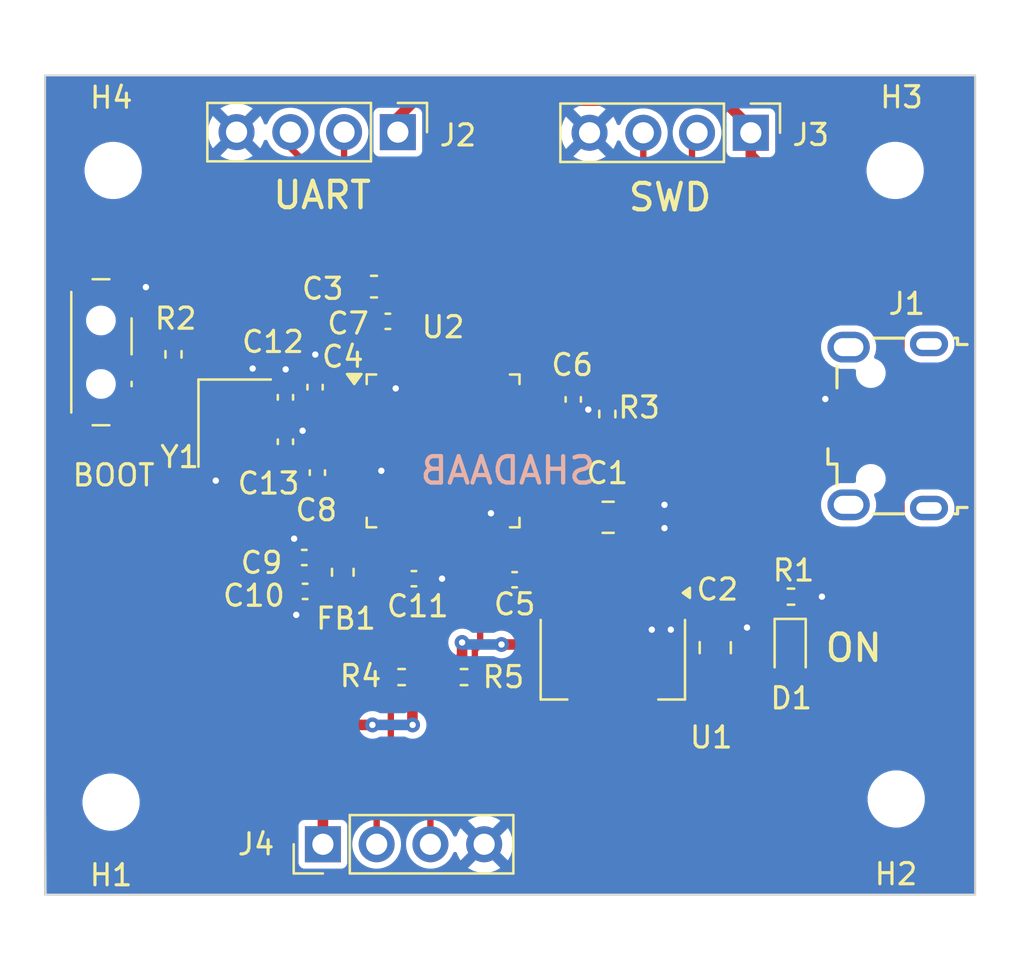
<source format=kicad_pcb>
(kicad_pcb (version 20241229) (generator "pcbnew") (generator_version "9.0")
  (layers (0 "F.Cu" signal) (2 "B.Cu" power) (13 "F.Paste" user) (15 "B.Paste" user) (5 "F.SilkS" user "F.Silkscreen") (7 "B.SilkS" user "B.Silkscreen") (1 "F.Mask" user) (3 "B.Mask" user) (25 "Edge.Cuts" user))
  (net 0 "")
  (net 1 "VBUS")
  (net 2 "GND")
  (net 3 "+3.3V")
  (net 4 "+3.3VA")
  (net 5 "/NRST")
  (net 6 "/HSE_IN")
  (net 7 "/HSE_OUT")
  (net 8 "/PWR_LED_K")
  (net 9 "/USB_D+")
  (net 14 "/USB_D-")
  (net 16 "/USART1_RX")
  (net 17 "/USART1_TX")
  (net 18 "/SWCLK")
  (net 19 "/SWDIO")
  (net 20 "/I2C2_SDA")
  (net 21 "/I2C2_SCL")
  (net 22 "/BOOT0")
  (net 23 "/SW_BOOT0")
  (footprint "Resistor_SMD:R_0402_1005Metric" (layer "F.Cu") (at 214.38 88.54)
    (property "Reference" "R1" (at 0.12 -1.24 0) (layer "F.SilkS"))
    (property "Value" "1K5")
    (pad "1" smd roundrect (at -0.51 0) (size 0.54 0.64) (layers "F.Cu" "F.Mask" "F.Paste") (net 8 "/PWR_LED_K"))
    (pad "2" smd roundrect (at 0.51 0) (size 0.54 0.64) (layers "F.Cu" "F.Mask" "F.Paste") (net 2 "GND"))
  )
  (footprint "Resistor_SMD:R_0402_1005Metric" (layer "F.Cu") (at 195.98 92.34 180)
    (property "Reference" "R4" (at 1.94 0.05 0) (layer "F.SilkS"))
    (property "Value" "1K5")
    (pad "1" smd roundrect (at -0.51 0 180) (size 0.54 0.64) (layers "F.Cu" "F.Mask" "F.Paste") (net 3 "+3.3V"))
    (pad "2" smd roundrect (at 0.51 0 180) (size 0.54 0.64) (layers "F.Cu" "F.Mask" "F.Paste") (net 21 "/I2C2_SCL"))
  )
  (footprint "MountingHole:MountingHole_2.2mm_M2" (layer "F.Cu") (at 219.3 68.4)
    (property "Reference" "H3" (at 0.3 -3.46 0) (layer "F.SilkS"))
    (property "Value" "MountingHole")
    (pad "" np_thru_hole circle (at 0 0) (size 2.2 2.2) (drill 2.2) (layers "*.Cu" "*.Mask"))
  )
  (footprint "Resistor_SMD:R_0402_1005Metric" (layer "F.Cu") (at 185.2 77.09 90)
    (property "Reference" "R2" (at 1.69 0.1 180) (layer "F.SilkS"))
    (property "Value" "10K")
    (pad "1" smd roundrect (at -0.51 0 90) (size 0.54 0.64) (layers "F.Cu" "F.Mask" "F.Paste") (net 23 "/SW_BOOT0"))
    (pad "2" smd roundrect (at 0.51 0 90) (size 0.54 0.64) (layers "F.Cu" "F.Mask" "F.Paste") (net 22 "/BOOT0"))
  )
  (footprint "Capacitor_SMD:C_0402_1005Metric" (layer "F.Cu") (at 192 82.68 90)
    (property "Reference" "C8" (at -1.77 -0.05 180) (layer "F.SilkS"))
    (property "Value" "10n")
    (pad "1" smd roundrect (at -0.48 0 90) (size 0.56 0.62) (layers "F.Cu" "F.Mask" "F.Paste") (net 4 "+3.3VA"))
    (pad "2" smd roundrect (at 0.48 0 90) (size 0.56 0.62) (layers "F.Cu" "F.Mask" "F.Paste") (net 2 "GND"))
  )
  (footprint "Package_QFP:LQFP-48_7x7mm_P0.5mm" (layer "F.Cu") (at 197.94 81.6525)
    (property "Reference" "U2" (at 0 -5.85 0) (layer "F.SilkS"))
    (property "Value" "STM32F103C8T6")
    (pad "1" smd roundrect (at -4.1625 -2.75) (size 1.475 0.3) (layers "F.Cu" "F.Mask" "F.Paste") (net 3 "+3.3V"))
    (pad "2" smd roundrect (at -4.1625 -2.25) (size 1.475 0.3) (layers "F.Cu" "F.Mask" "F.Paste"))
    (pad "3" smd roundrect (at -4.1625 -1.75) (size 1.475 0.3) (layers "F.Cu" "F.Mask" "F.Paste"))
    (pad "4" smd roundrect (at -4.1625 -1.25) (size 1.475 0.3) (layers "F.Cu" "F.Mask" "F.Paste"))
    (pad "5" smd roundrect (at -4.1625 -0.75) (size 1.475 0.3) (layers "F.Cu" "F.Mask" "F.Paste") (net 6 "/HSE_IN"))
    (pad "6" smd roundrect (at -4.1625 -0.25) (size 1.475 0.3) (layers "F.Cu" "F.Mask" "F.Paste") (net 7 "/HSE_OUT"))
    (pad "7" smd roundrect (at -4.1625 0.25) (size 1.475 0.3) (layers "F.Cu" "F.Mask" "F.Paste") (net 5 "/NRST"))
    (pad "8" smd roundrect (at -4.1625 0.75) (size 1.475 0.3) (layers "F.Cu" "F.Mask" "F.Paste") (net 2 "GND"))
    (pad "9" smd roundrect (at -4.1625 1.25) (size 1.475 0.3) (layers "F.Cu" "F.Mask" "F.Paste") (net 4 "+3.3VA"))
    (pad "10" smd roundrect (at -4.1625 1.75) (size 1.475 0.3) (layers "F.Cu" "F.Mask" "F.Paste"))
    (pad "11" smd roundrect (at -4.1625 2.25) (size 1.475 0.3) (layers "F.Cu" "F.Mask" "F.Paste"))
    (pad "12" smd roundrect (at -4.1625 2.75) (size 1.475 0.3) (layers "F.Cu" "F.Mask" "F.Paste"))
    (pad "13" smd roundrect (at -2.75 4.1625) (size 0.3 1.475) (layers "F.Cu" "F.Mask" "F.Paste"))
    (pad "14" smd roundrect (at -2.25 4.1625) (size 0.3 1.475) (layers "F.Cu" "F.Mask" "F.Paste"))
    (pad "15" smd roundrect (at -1.75 4.1625) (size 0.3 1.475) (layers "F.Cu" "F.Mask" "F.Paste"))
    (pad "16" smd roundrect (at -1.25 4.1625) (size 0.3 1.475) (layers "F.Cu" "F.Mask" "F.Paste"))
    (pad "17" smd roundrect (at -0.75 4.1625) (size 0.3 1.475) (layers "F.Cu" "F.Mask" "F.Paste"))
    (pad "18" smd roundrect (at -0.25 4.1625) (size 0.3 1.475) (layers "F.Cu" "F.Mask" "F.Paste"))
    (pad "19" smd roundrect (at 0.25 4.1625) (size 0.3 1.475) (layers "F.Cu" "F.Mask" "F.Paste"))
    (pad "20" smd roundrect (at 0.75 4.1625) (size 0.3 1.475) (layers "F.Cu" "F.Mask" "F.Paste"))
    (pad "21" smd roundrect (at 1.25 4.1625) (size 0.3 1.475) (layers "F.Cu" "F.Mask" "F.Paste") (net 21 "/I2C2_SCL"))
    (pad "22" smd roundrect (at 1.75 4.1625) (size 0.3 1.475) (layers "F.Cu" "F.Mask" "F.Paste") (net 20 "/I2C2_SDA"))
    (pad "23" smd roundrect (at 2.25 4.1625) (size 0.3 1.475) (layers "F.Cu" "F.Mask" "F.Paste") (net 2 "GND"))
    (pad "24" smd roundrect (at 2.75 4.1625) (size 0.3 1.475) (layers "F.Cu" "F.Mask" "F.Paste") (net 3 "+3.3V"))
    (pad "25" smd roundrect (at 4.1625 2.75) (size 1.475 0.3) (layers "F.Cu" "F.Mask" "F.Paste"))
    (pad "26" smd roundrect (at 4.1625 2.25) (size 1.475 0.3) (layers "F.Cu" "F.Mask" "F.Paste"))
    (pad "27" smd roundrect (at 4.1625 1.75) (size 1.475 0.3) (layers "F.Cu" "F.Mask" "F.Paste"))
    (pad "28" smd roundrect (at 4.1625 1.25) (size 1.475 0.3) (layers "F.Cu" "F.Mask" "F.Paste"))
    (pad "29" smd roundrect (at 4.1625 0.75) (size 1.475 0.3) (layers "F.Cu" "F.Mask" "F.Paste"))
    (pad "30" smd roundrect (at 4.1625 0.25) (size 1.475 0.3) (layers "F.Cu" "F.Mask" "F.Paste"))
    (pad "31" smd roundrect (at 4.1625 -0.25) (size 1.475 0.3) (layers "F.Cu" "F.Mask" "F.Paste"))
    (pad "32" smd roundrect (at 4.1625 -0.75) (size 1.475 0.3) (layers "F.Cu" "F.Mask" "F.Paste") (net 14 "/USB_D-"))
    (pad "33" smd roundrect (at 4.1625 -1.25) (size 1.475 0.3) (layers "F.Cu" "F.Mask" "F.Paste") (net 9 "/USB_D+"))
    (pad "34" smd roundrect (at 4.1625 -1.75) (size 1.475 0.3) (layers "F.Cu" "F.Mask" "F.Paste") (net 19 "/SWDIO"))
    (pad "35" smd roundrect (at 4.1625 -2.25) (size 1.475 0.3) (layers "F.Cu" "F.Mask" "F.Paste") (net 2 "GND"))
    (pad "36" smd roundrect (at 4.1625 -2.75) (size 1.475 0.3) (layers "F.Cu" "F.Mask" "F.Paste") (net 3 "+3.3V"))
    (pad "37" smd roundrect (at 2.75 -4.1625) (size 0.3 1.475) (layers "F.Cu" "F.Mask" "F.Paste") (net 18 "/SWCLK"))
    (pad "38" smd roundrect (at 2.25 -4.1625) (size 0.3 1.475) (layers "F.Cu" "F.Mask" "F.Paste"))
    (pad "39" smd roundrect (at 1.75 -4.1625) (size 0.3 1.475) (layers "F.Cu" "F.Mask" "F.Paste"))
    (pad "40" smd roundrect (at 1.25 -4.1625) (size 0.3 1.475) (layers "F.Cu" "F.Mask" "F.Paste"))
    (pad "41" smd roundrect (at 0.75 -4.1625) (size 0.3 1.475) (layers "F.Cu" "F.Mask" "F.Paste"))
    (pad "42" smd roundrect (at 0.25 -4.1625) (size 0.3 1.475) (layers "F.Cu" "F.Mask" "F.Paste") (net 17 "/USART1_TX"))
    (pad "43" smd roundrect (at -0.25 -4.1625) (size 0.3 1.475) (layers "F.Cu" "F.Mask" "F.Paste") (net 16 "/USART1_RX"))
    (pad "44" smd roundrect (at -0.75 -4.1625) (size 0.3 1.475) (layers "F.Cu" "F.Mask" "F.Paste") (net 22 "/BOOT0"))
    (pad "45" smd roundrect (at -1.25 -4.1625) (size 0.3 1.475) (layers "F.Cu" "F.Mask" "F.Paste"))
    (pad "46" smd roundrect (at -1.75 -4.1625) (size 0.3 1.475) (layers "F.Cu" "F.Mask" "F.Paste"))
    (pad "47" smd roundrect (at -2.25 -4.1625) (size 0.3 1.475) (layers "F.Cu" "F.Mask" "F.Paste") (net 2 "GND"))
    (pad "48" smd roundrect (at -2.75 -4.1625) (size 0.3 1.475) (layers "F.Cu" "F.Mask" "F.Paste") (net 3 "+3.3V"))
  )
  (footprint "Capacitor_SMD:C_0402_1005Metric" (layer "F.Cu") (at 196.56 87.69)
    (property "Reference" "C11" (at 0.18 1.3 0) (layer "F.SilkS"))
    (property "Value" "100n")
    (pad "1" smd roundrect (at -0.48 0) (size 0.56 0.62) (layers "F.Cu" "F.Mask" "F.Paste") (net 5 "/NRST"))
    (pad "2" smd roundrect (at 0.48 0) (size 0.56 0.62) (layers "F.Cu" "F.Mask" "F.Paste") (net 2 "GND"))
  )
  (footprint "Inductor_SMD:L_0603_1608Metric" (layer "F.Cu") (at 193.2 87.3875 -90)
    (property "Reference" "FB1" (at 2.1875 -0.15 180) (layer "F.SilkS"))
    (property "Value" "120R")
    (pad "1" smd roundrect (at -0.7875 0 270) (size 0.875 0.95) (layers "F.Cu" "F.Mask" "F.Paste") (net 4 "+3.3VA"))
    (pad "2" smd roundrect (at 0.7875 0 270) (size 0.875 0.95) (layers "F.Cu" "F.Mask" "F.Paste") (net 3 "+3.3V"))
  )
  (footprint "MountingHole:MountingHole_2.2mm_M2" (layer "F.Cu") (at 219.35 98.1)
    (property "Reference" "H2" (at -0.01 3.55 0) (layer "F.SilkS"))
    (property "Value" "MountingHole")
    (pad "" np_thru_hole circle (at 0 0) (size 2.2 2.2) (drill 2.2) (layers "*.Cu" "*.Mask"))
  )
  (footprint "Connector_PinHeader_2.54mm:PinHeader_1x04_P2.54mm_Vertical" (layer "F.Cu") (at 212.48 66.62 -90)
    (property "Reference" "J3" (at 0.1 -2.83 180) (layer "F.SilkS"))
    (property "Value" "Conn_01x04_Pin")
    (pad "1" thru_hole rect (at 0 0 270) (size 1.7 1.7) (drill 1) (layers "*.Cu" "*.Mask") (net 3 "+3.3V"))
    (pad "2" thru_hole circle (at 0 2.54 270) (size 1.7 1.7) (drill 1) (layers "*.Cu" "*.Mask") (net 19 "/SWDIO"))
    (pad "3" thru_hole circle (at 0 5.08 270) (size 1.7 1.7) (drill 1) (layers "*.Cu" "*.Mask") (net 18 "/SWCLK"))
    (pad "4" thru_hole circle (at 0 7.62 270) (size 1.7 1.7) (drill 1) (layers "*.Cu" "*.Mask") (net 2 "GND"))
  )
  (footprint "Capacitor_SMD:C_0402_1005Metric" (layer "F.Cu") (at 191.89 78.64 90)
    (property "Reference" "C4" (at 1.44 1.31 180) (layer "F.SilkS"))
    (property "Value" "100n")
    (pad "1" smd roundrect (at -0.48 0 90) (size 0.56 0.62) (layers "F.Cu" "F.Mask" "F.Paste") (net 3 "+3.3V"))
    (pad "2" smd roundrect (at 0.48 0 90) (size 0.56 0.62) (layers "F.Cu" "F.Mask" "F.Paste") (net 2 "GND"))
  )
  (footprint "Capacitor_SMD:C_0402_1005Metric" (layer "F.Cu") (at 195.33 75.53)
    (property "Reference" "C7" (at -1.88 0.1 0) (layer "F.SilkS"))
    (property "Value" "100n")
    (pad "1" smd roundrect (at -0.48 0) (size 0.56 0.62) (layers "F.Cu" "F.Mask" "F.Paste") (net 3 "+3.3V"))
    (pad "2" smd roundrect (at 0.48 0) (size 0.56 0.62) (layers "F.Cu" "F.Mask" "F.Paste") (net 2 "GND"))
  )
  (footprint "Capacitor_SMD:C_0603_1608Metric" (layer "F.Cu") (at 194.675 73.89)
    (property "Reference" "C3" (at -2.425 0.1 0) (layer "F.SilkS"))
    (property "Value" "10u")
    (pad "1" smd roundrect (at -0.775 0) (size 0.9 0.95) (layers "F.Cu" "F.Mask" "F.Paste") (net 3 "+3.3V"))
    (pad "2" smd roundrect (at 0.775 0) (size 0.9 0.95) (layers "F.Cu" "F.Mask" "F.Paste") (net 2 "GND"))
  )
  (footprint "Capacitor_SMD:C_0805_2012Metric" (layer "F.Cu") (at 205.74 84.79)
    (property "Reference" "C1" (at -0.04 -2.09 0) (layer "F.SilkS"))
    (property "Value" "22u")
    (pad "1" smd roundrect (at -0.95 0) (size 1 1.45) (layers "F.Cu" "F.Mask" "F.Paste") (net 1 "VBUS"))
    (pad "2" smd roundrect (at 0.95 0) (size 1 1.45) (layers "F.Cu" "F.Mask" "F.Paste") (net 2 "GND"))
  )
  (footprint "Crystal:Crystal_SMD_3225-4Pin_3.2x2.5mm" (layer "F.Cu") (at 188.09 80.34 -90)
    (property "Reference" "Y1" (at 1.6 2.6 180) (layer "F.SilkS"))
    (property "Value" "16MHZ")
    (pad "1" smd roundrect (at -1.1 0.85 270) (size 1.4 1.2) (layers "F.Cu" "F.Mask" "F.Paste") (roundrect_rratio 0.208333) (net 6 "/HSE_IN"))
    (pad "2" smd roundrect (at 1.1 0.85 270) (size 1.4 1.2) (layers "F.Cu" "F.Mask" "F.Paste") (roundrect_rratio 0.208333) (net 2 "GND"))
    (pad "3" smd roundrect (at 1.1 -0.85 270) (size 1.4 1.2) (layers "F.Cu" "F.Mask" "F.Paste") (roundrect_rratio 0.208333) (net 7 "/HSE_OUT"))
    (pad "4" smd roundrect (at -1.1 -0.85 270) (size 1.4 1.2) (layers "F.Cu" "F.Mask" "F.Paste") (roundrect_rratio 0.208333) (net 2 "GND"))
  )
  (footprint "Capacitor_SMD:C_0402_1005Metric" (layer "F.Cu") (at 191.42 88.29 180)
    (property "Reference" "C10" (at 2.42 -0.2 0) (layer "F.SilkS"))
    (property "Value" "1u")
    (pad "1" smd roundrect (at -0.48 0 180) (size 0.56 0.62) (layers "F.Cu" "F.Mask" "F.Paste") (net 3 "+3.3V"))
    (pad "2" smd roundrect (at 0.48 0 180) (size 0.56 0.62) (layers "F.Cu" "F.Mask" "F.Paste") (net 2 "GND"))
  )
  (footprint "Button_Switch_SMD:SW_SPDT_PCM12" (layer "F.Cu") (at 182.1 76.99 -90)
    (property "Reference" "BOOT" (at 5.814 -0.272 0) (layer "F.SilkS"))
    (property "Value" "SW_SPDT")
    (pad "" smd rect (at -3.65 -0.78 270) (size 1 0.8) (layers "F.Cu" "F.Mask" "F.Paste"))
    (pad "" smd rect (at -3.65 1.43 270) (size 1 0.8) (layers "F.Cu" "F.Mask" "F.Paste"))
    (pad "" np_thru_hole circle (at -1.5 0.33 270) (size 0.9 0.9) (drill 0.9) (layers "*.Cu" "*.Mask"))
    (pad "" np_thru_hole circle (at 1.5 0.33 270) (size 0.9 0.9) (drill 0.9) (layers "*.Cu" "*.Mask"))
    (pad "" smd rect (at 3.65 -0.78 270) (size 1 0.8) (layers "F.Cu" "F.Mask" "F.Paste"))
    (pad "" smd rect (at 3.65 1.43 270) (size 1 0.8) (layers "F.Cu" "F.Mask" "F.Paste"))
    (pad "1" smd rect (at -2.25 -1.43 270) (size 0.7 1.5) (layers "F.Cu" "F.Mask" "F.Paste") (net 2 "GND"))
    (pad "2" smd rect (at 0.75 -1.43 270) (size 0.7 1.5) (layers "F.Cu" "F.Mask" "F.Paste") (net 23 "/SW_BOOT0"))
    (pad "3" smd rect (at 2.25 -1.43 270) (size 0.7 1.5) (layers "F.Cu" "F.Mask" "F.Paste") (net 3 "+3.3V"))
  )
  (footprint "MountingHole:MountingHole_2.2mm_M2" (layer "F.Cu") (at 182.35 68.4)
    (property "Reference" "H4" (at -0.09 -3.44 0) (layer "F.SilkS"))
    (property "Value" "MountingHole")
    (pad "" np_thru_hole circle (at 0 0) (size 2.2 2.2) (drill 2.2) (layers "*.Cu" "*.Mask"))
  )
  (footprint "Capacitor_SMD:C_0402_1005Metric" (layer "F.Cu") (at 201.32 87.74 180)
    (property "Reference" "C5" (at 0 -1.16 0) (layer "F.SilkS"))
    (property "Value" "100n")
    (pad "1" smd roundrect (at -0.48 0 180) (size 0.56 0.62) (layers "F.Cu" "F.Mask" "F.Paste") (net 3 "+3.3V"))
    (pad "2" smd roundrect (at 0.48 0 180) (size 0.56 0.62) (layers "F.Cu" "F.Mask" "F.Paste") (net 2 "GND"))
  )
  (footprint "Connector_PinHeader_2.54mm:PinHeader_1x04_P2.54mm_Vertical" (layer "F.Cu") (at 192.26 100.24 90)
    (property "Reference" "J4" (at 0 -3.16 180) (layer "F.SilkS"))
    (property "Value" "Conn_01x04_Pin")
    (pad "1" thru_hole rect (at 0 0 90) (size 1.7 1.7) (drill 1) (layers "*.Cu" "*.Mask") (net 3 "+3.3V"))
    (pad "2" thru_hole circle (at 0 2.54 90) (size 1.7 1.7) (drill 1) (layers "*.Cu" "*.Mask") (net 21 "/I2C2_SCL"))
    (pad "3" thru_hole circle (at 0 5.08 90) (size 1.7 1.7) (drill 1) (layers "*.Cu" "*.Mask") (net 20 "/I2C2_SDA"))
    (pad "4" thru_hole circle (at 0 7.62 90) (size 1.7 1.7) (drill 1) (layers "*.Cu" "*.Mask") (net 2 "GND"))
  )
  (footprint "Capacitor_SMD:C_0402_1005Metric" (layer "F.Cu") (at 190.49 81.22 90)
    (property "Reference" "C13" (at -1.97 -0.8 180) (layer "F.SilkS"))
    (property "Value" "10p")
    (pad "1" smd roundrect (at -0.48 0 90) (size 0.56 0.62) (layers "F.Cu" "F.Mask" "F.Paste") (net 7 "/HSE_OUT"))
    (pad "2" smd roundrect (at 0.48 0 90) (size 0.56 0.62) (layers "F.Cu" "F.Mask" "F.Paste") (net 2 "GND"))
  )
  (footprint "Connector_PinHeader_2.54mm:PinHeader_1x04_P2.54mm_Vertical" (layer "F.Cu") (at 195.8 66.59 -90)
    (property "Reference" "J2" (at 0.15 -2.84 180) (layer "F.SilkS"))
    (property "Value" "Conn_01x04_Pin")
    (pad "1" thru_hole rect (at 0 0 270) (size 1.7 1.7) (drill 1) (layers "*.Cu" "*.Mask") (net 3 "+3.3V"))
    (pad "2" thru_hole circle (at 0 2.54 270) (size 1.7 1.7) (drill 1) (layers "*.Cu" "*.Mask") (net 17 "/USART1_TX"))
    (pad "3" thru_hole circle (at 0 5.08 270) (size 1.7 1.7) (drill 1) (layers "*.Cu" "*.Mask") (net 16 "/USART1_RX"))
    (pad "4" thru_hole circle (at 0 7.62 270) (size 1.7 1.7) (drill 1) (layers "*.Cu" "*.Mask") (net 2 "GND"))
  )
  (footprint "Capacitor_SMD:C_0402_1005Metric" (layer "F.Cu") (at 204.09 79.22 -90)
    (property "Reference" "C6" (at -1.63 0.05 180) (layer "F.SilkS"))
    (property "Value" "100n")
    (pad "1" smd roundrect (at -0.48 0 270) (size 0.56 0.62) (layers "F.Cu" "F.Mask" "F.Paste") (net 3 "+3.3V"))
    (pad "2" smd roundrect (at 0.48 0 270) (size 0.56 0.62) (layers "F.Cu" "F.Mask" "F.Paste") (net 2 "GND"))
  )
  (footprint "Package_TO_SOT_SMD:SOT-223-3_TabPin2" (layer "F.Cu") (at 205.96 91.49 -90)
    (property "Reference" "U1" (at 3.7 -4.65 180) (layer "F.SilkS"))
    (property "Value" "AMS1117-3.3")
    (pad "1" smd roundrect (at -3.15 -2.3 270) (size 2 1.5) (layers "F.Cu" "F.Mask" "F.Paste") (net 2 "GND"))
    (pad "2" smd roundrect (at -3.15 0 270) (size 2 1.5) (layers "F.Cu" "F.Mask" "F.Paste") (net 3 "+3.3V"))
    (pad "2" smd roundrect (at 3.15 0 270) (size 2 3.8) (layers "F.Cu" "F.Mask" "F.Paste") (net 3 "+3.3V"))
    (pad "3" smd roundrect (at -3.15 2.3 270) (size 2 1.5) (layers "F.Cu" "F.Mask" "F.Paste") (net 1 "VBUS"))
  )
  (footprint "Connector_USB:USB_Micro-B_Wuerth_629105150521" (layer "F.Cu") (at 218.95 80.475 90)
    (property "Reference" "J1" (at 5.775 0.9 180) (layer "F.SilkS"))
    (property "Value" "USB_B_Micro")
    (pad "" np_thru_hole oval (at -2.5 -0.8 90) (size 0.8 0.8) (drill 0.8) (layers "*.Cu" "*.Mask"))
    (pad "" np_thru_hole oval (at 2.5 -0.8 90) (size 0.8 0.8) (drill 0.8) (layers "*.Cu" "*.Mask"))
    (pad "1" smd rect (at -1.3 -1.9 90) (size 0.45 1.3) (layers "F.Cu" "F.Mask" "F.Paste") (net 1 "VBUS"))
    (pad "2" smd rect (at -0.65 -1.9 90) (size 0.45 1.3) (layers "F.Cu" "F.Mask" "F.Paste") (net 14 "/USB_D-"))
    (pad "3" smd rect (at 0 -1.9 90) (size 0.45 1.3) (layers "F.Cu" "F.Mask" "F.Paste") (net 9 "/USB_D+"))
    (pad "4" smd rect (at 0.65 -1.9 90) (size 0.45 1.3) (layers "F.Cu" "F.Mask" "F.Paste"))
    (pad "5" smd rect (at 1.3 -1.9 90) (size 0.45 1.3) (layers "F.Cu" "F.Mask" "F.Paste") (net 2 "GND"))
    (pad "6" thru_hole oval (at -3.875 1.95 90) (size 1.15 1.8) (drill oval 0.55 1.2) (property pad_prop_heatsink) (layers "*.Cu" "*.Mask"))
    (pad "6" thru_hole oval (at -3.725 -1.85 90) (size 1.45 2) (drill oval 0.85 1.4) (property pad_prop_heatsink) (layers "*.Cu" "*.Mask"))
    (pad "6" thru_hole oval (at 3.725 -1.85 90) (size 1.45 2) (drill oval 0.85 1.4) (property pad_prop_heatsink) (layers "*.Cu" "*.Mask"))
    (pad "6" thru_hole oval (at 3.875 1.95 90) (size 1.15 1.8) (drill oval 0.55 1.2) (property pad_prop_heatsink) (layers "*.Cu" "*.Mask"))
  )
  (footprint "Capacitor_SMD:C_0402_1005Metric" (layer "F.Cu") (at 190.49 79.12 90)
    (property "Reference" "C12" (at 2.62 -0.59 180) (layer "F.SilkS"))
    (property "Value" "10p")
    (pad "1" smd roundrect (at -0.48 0 90) (size 0.56 0.62) (layers "F.Cu" "F.Mask" "F.Paste") (net 6 "/HSE_IN"))
    (pad "2" smd roundrect (at 0.48 0 90) (size 0.56 0.62) (layers "F.Cu" "F.Mask" "F.Paste") (net 2 "GND"))
  )
  (footprint "Capacitor_SMD:C_0805_2012Metric" (layer "F.Cu") (at 210.8 90.95 90)
    (property "Reference" "C2" (at 2.75 0.1 180) (layer "F.SilkS"))
    (property "Value" "22u")
    (pad "1" smd roundrect (at -0.95 0 90) (size 1 1.45) (layers "F.Cu" "F.Mask" "F.Paste") (net 3 "+3.3V"))
    (pad "2" smd roundrect (at 0.95 0 90) (size 1 1.45) (layers "F.Cu" "F.Mask" "F.Paste") (net 2 "GND"))
  )
  (footprint "MountingHole:MountingHole_2.2mm_M2" (layer "F.Cu") (at 182.25 98.25)
    (property "Reference" "H1" (at 0 3.45 0) (layer "F.SilkS"))
    (property "Value" "MountingHole")
    (pad "" np_thru_hole circle (at 0 0) (size 2.2 2.2) (drill 2.2) (layers "*.Cu" "*.Mask"))
  )
  (footprint "Resistor_SMD:R_0402_1005Metric" (layer "F.Cu") (at 198.93 92.34)
    (property "Reference" "R5" (at 1.86 0 0) (layer "F.SilkS"))
    (property "Value" "1K5")
    (pad "1" smd roundrect (at -0.51 0) (size 0.54 0.64) (layers "F.Cu" "F.Mask" "F.Paste") (net 3 "+3.3V"))
    (pad "2" smd roundrect (at 0.51 0) (size 0.54 0.64) (layers "F.Cu" "F.Mask" "F.Paste") (net 20 "/I2C2_SDA"))
  )
  (footprint "Capacitor_SMD:C_0402_1005Metric" (layer "F.Cu") (at 191.38 86.69 180)
    (property "Reference" "C9" (at 2.02 -0.25 0) (layer "F.SilkS"))
    (property "Value" "1u")
    (pad "1" smd roundrect (at -0.48 0 180) (size 0.56 0.62) (layers "F.Cu" "F.Mask" "F.Paste") (net 4 "+3.3VA"))
    (pad "2" smd roundrect (at 0.48 0 180) (size 0.56 0.62) (layers "F.Cu" "F.Mask" "F.Paste") (net 2 "GND"))
  )
  (footprint "Resistor_SMD:R_0402_1005Metric" (layer "F.Cu") (at 205.7 79.91 -90)
    (property "Reference" "R3" (at -0.31 -1.5 180) (layer "F.SilkS"))
    (property "Value" "1K5")
    (pad "1" smd roundrect (at -0.51 0 270) (size 0.54 0.64) (layers "F.Cu" "F.Mask" "F.Paste") (net 3 "+3.3V"))
    (pad "2" smd roundrect (at 0.51 0 270) (size 0.54 0.64) (layers "F.Cu" "F.Mask" "F.Paste") (net 9 "/USB_D+"))
  )
  (footprint "LED_SMD:LED_0603_1608Metric" (layer "F.Cu") (at 214.34 91.0775 -90)
    (property "Reference" "D1" (at 2.2625 -0.05 180) (layer "F.SilkS"))
    (property "Value" "RED")
    (pad "1" smd roundrect (at -0.7875 0 270) (size 0.875 0.95) (layers "F.Cu" "F.Mask" "F.Paste") (net 8 "/PWR_LED_K"))
    (pad "2" smd roundrect (at 0.7875 0 270) (size 0.875 0.95) (layers "F.Cu" "F.Mask" "F.Paste") (net 3 "+3.3V"))
  )
  (gr_rect (start 179.13 63.91) (end 223.08 102.62) (stroke (width 0.1)) (fill no) (layer "Edge.Cuts"))
  (gr_text "SWD" (at 206.6 70.4 0) (layer "F.SilkS") (effects (font (size 1.25 1.25) (thickness 0.2)) (justify left bottom)))
  (gr_text "ON" (at 215.9 91.694 0) (layer "F.SilkS") (effects (font (size 1.25 1.25) (thickness 0.2)) (justify left bottom)))
  (gr_text "UART" (at 189.8 70.3 0) (layer "F.SilkS") (effects (font (size 1.25 1.25) (thickness 0.2)) (justify left bottom)))
  (gr_text "SHADAAB" (at 205.232 83.312 0) (layer "B.SilkS") (effects (font (size 1.25 1.25) (thickness 0.2)) (justify left bottom mirror)))
  (segment (start 204.09 79.7) (end 204.8 79.7) (width 0.5) (layer "F.Cu") (net 2))
  (segment (start 188.976 77.724) (end 188.94 77.76) (width 0.5) (layer "F.Cu") (net 2))
  (segment (start 191.89 77.11) (end 191.9 77.1) (width 0.5) (layer "F.Cu") (net 2))
  (segment (start 195.701 76.699) (end 195.701 76.399) (width 0.3) (layer "F.Cu") (net 2))
  (segment (start 190.94 88.29) (end 190.94 89.34) (width 0.5) (layer "F.Cu") (net 2))
  (segment (start 216.025 79.175) (end 216 79.2) (width 0.3) (layer "F.Cu") (net 2))
  (segment (start 183.53 74.74) (end 183.53 74.28) (width 0.5) (layer "F.Cu") (net 2))
  (segment (start 200.19 86.69) (end 200.19 85.815) (width 0.3) (layer "F.Cu") (net 2))
  (segment (start 190.9 86.69) (end 190.9 85.8) (width 0.5) (layer "F.Cu") (net 2))
  (segment (start 192.6 82.399) (end 192.401 82.2) (width 0.3) (layer "F.Cu") (net 2))
  (segment (start 193.7775 82.4025) (end 192.9025 82.4025) (width 0.3) (layer "F.Cu") (net 2))
  (segment (start 195.69 76.71) (end 195.701 76.699) (width 0.3) (layer "F.Cu") (net 2))
  (segment (start 191.89 78.16) (end 191.89 77.11) (width 0.5) (layer "F.Cu") (net 2))
  (segment (start 187.24 81.44) (end 187.24 83.016) (width 0.5) (layer "F.Cu") (net 2))
  (segment (start 190.94 89.34) (end 191 89.4) (width 0.5) (layer "F.Cu") (net 2))
  (segment (start 195.81 74.91) (end 195.45 74.55) (width 0.3) (layer "F.Cu") (net 2))
  (segment (start 195.69 77.49) (end 195.69 78.69) (width 0.3) (layer "F.Cu") (net 2))
  (segment (start 217.05 79.175) (end 216.025 79.175) (width 0.3) (layer "F.Cu") (net 2))
  (segment (start 191.26 80.74) (end 191.3 80.7) (width 0.5) (layer "F.Cu") (net 2))
  (segment (start 197.04 87.69) (end 197.89 87.69) (width 0.5) (layer "F.Cu") (net 2))
  (segment (start 203.5 79.7) (end 204.09 79.7) (width 0.3) (layer "F.Cu") (net 2))
  (segment (start 215.9 88.6) (end 215.84 88.54) (width 0.5) (layer "F.Cu") (net 2))
  (segment (start 187.24 83.016) (end 187.198 83.058) (width 0.5) (layer "F.Cu") (net 2))
  (segment (start 214.89 88.54) (end 215.84 88.54) (width 0.3) (layer "F.Cu") (net 2))
  (segment (start 183.53 74.28) (end 183.896 73.914) (width 0.5) (layer "F.Cu") (net 2))
  (segment (start 200.84 87.34) (end 200.19 86.69) (width 0.3) (layer "F.Cu") (net 2))
  (segment (start 200.84 87.74) (end 200.84 87.34) (width 0.3) (layer "F.Cu") (net 2))
  (segment (start 195 82.6) (end 194.8 82.4) (width 0.3) (layer "F.Cu") (net 2))
  (segment (start 195.69 78.69) (end 195.7 78.7) (width 0.3) (layer "F.Cu") (net 2))
  (segment (start 194.8 82.4) (end 194.7975 82.4025) (width 0.3) (layer "F.Cu") (net 2))
  (segment (start 202.1025 79.4025) (end 203.2025 79.4025) (width 0.3) (layer "F.Cu") (net 2))
  (segment (start 188.94 79.24) (end 188.94 77.76) (width 0.5) (layer "F.Cu") (net 2))
  (segment (start 194.7975 82.4025) (end 193.7775 82.4025) (width 0.3) (layer "F.Cu") (net 2))
  (segment (start 195.8 76.3) (end 195.8 75.54) (width 0.3) (layer "F.Cu") (net 2))
  (segment (start 195.81 75.53) (end 195.81 74.91) (width 0.3) (layer "F.Cu") (net 2))
  (segment (start 195.8 75.54) (end 195.81 75.53) (width 0.3) (layer "F.Cu") (net 2))
  (segment (start 195.45 74.55) (end 195.45 73.89) (width 0.3) (layer "F.Cu") (net 2))
  (segment (start 195.00749 82.59251) (end 195 82.6) (width 0.3) (layer "F.Cu") (net 2))
  (segment (start 200.19 84.61) (end 200.2 84.6) (width 0.3) (layer "F.Cu") (net 2))
  (segment (start 203.2025 79.4025) (end 203.5 79.7) (width 0.3) (layer "F.Cu") (net 2))
  (segment (start 192.9025 82.4025) (end 192.899 82.399) (width 0.3) (layer "F.Cu") (net 2))
  (segment (start 192.899 82.399) (end 192.6 82.399) (width 0.3) (layer "F.Cu") (net 2))
  (segment (start 190.49 78.64) (end 190.49 77.81) (width 0.5) (layer "F.Cu") (net 2))
  (segment (start 195.69 77.49) (end 195.69 76.71) (width 0.3) (layer "F.Cu") (net 2))
  (segment (start 197.9 87.7) (end 197.89 87.69) (width 0.5) (layer "F.Cu") (net 2))
  (segment (start 192.401 82.2) (end 191.84 82.2) (width 0.3) (layer "F.Cu") (net 2))
  (segment (start 195.020724 82.59251) (end 195.00749 82.59251) (width 0.3) (layer "F.Cu") (net 2))
  (segment (start 190.49 77.81) (end 190.5 77.8) (width 0.5) (layer "F.Cu") (net 2))
  (segment (start 190.49 80.74) (end 191.26 80.74) (width 0.5) (layer "F.Cu") (net 2))
  (segment (start 195.701 76.399) (end 195.8 76.3) (width 0.3) (layer "F.Cu") (net 2))
  (segment (start 200.19 85.815) (end 200.19 84.61) (width 0.3) (layer "F.Cu") (net 2))
  (via (at 197.89 87.69) (size 0.7) (drill 0.3) (layers "F.Cu" "B.Cu") (net 2))
  (via (at 208.4 85.3) (size 0.7) (drill 0.3) (layers "F.Cu" "B.Cu") (net 2))
  (via (at 207.8 90.1) (size 0.7) (drill 0.3) (layers "F.Cu" "B.Cu") (net 2))
  (via (at 208.7 90.1) (size 0.7) (drill 0.3) (layers "F.Cu" "B.Cu") (net 2))
  (via (at 215.84 88.54) (size 0.7) (drill 0.3) (layers "F.Cu" "B.Cu") (net 2))
  (via (at 191.3 80.7) (size 0.7) (drill 0.3) (layers "F.Cu" "B.Cu") (net 2))
  (via (at 204.8 79.7) (size 0.7) (drill 0.3) (layers "F.Cu" "B.Cu") (net 2))
  (via (at 190.5 77.8) (size 0.7) (drill 0.3) (layers "F.Cu" "B.Cu") (net 2))
  (via (at 183.896 73.914) (size 0.7) (drill 0.3) (layers "F.Cu" "B.Cu") (net 2))
  (via (at 191 89.4) (size 0.7) (drill 0.3) (layers "F.Cu" "B.Cu") (net 2))
  (via (at 216 79.2) (size 0.7) (drill 0.3) (layers "F.Cu" "B.Cu") (net 2))
  (via (at 188.94 77.76) (size 0.7) (drill 0.3) (layers "F.Cu" "B.Cu") (net 2))
  (via (at 200.2 84.6) (size 0.7) (drill 0.3) (layers "F.Cu" "B.Cu") (net 2))
  (via (at 187.198 83.058) (size 0.7) (drill 0.3) (layers "F.Cu" "B.Cu") (net 2))
  (via (at 212.3 90) (size 0.7) (drill 0.3) (layers "F.Cu" "B.Cu") (net 2))
  (via (at 190.9 85.8) (size 0.7) (drill 0.3) (layers "F.Cu" "B.Cu") (net 2))
  (via (at 195.020724 82.59251) (size 0.7) (drill 0.3) (layers "F.Cu" "B.Cu") (net 2))
  (via (at 208.4 84.2) (size 0.7) (drill 0.3) (layers "F.Cu" "B.Cu") (net 2))
  (via (at 195.7 78.7) (size 0.7) (drill 0.3) (layers "F.Cu" "B.Cu") (net 2))
  (via (at 191.9 77.1) (size 0.7) (drill 0.3) (layers "F.Cu" "B.Cu") (net 2))
  (segment (start 214.335 91.865) (end 214.34 91.865) (width 0.3) (layer "F.Cu") (net 3))
  (segment (start 219.5 73.5) (end 218.2 72.2) (width 0.5) (layer "F.Cu") (net 3))
  (segment (start 211.2 65.1) (end 212.48 66.38) (width 0.5) (layer "F.Cu") (net 3))
  (segment (start 203.4 97.4) (end 212 97.4) (width 0.5) (layer "F.Cu") (net 3))
  (segment (start 198.42 92.34) (end 196.49 92.34) (width 0.5) (layer "F.Cu") (net 3))
  (segment (start 185.3 78.9) (end 187 77.2) (width 0.5) (layer "F.Cu") (net 3))
  (segment (start 192.26 94.618) (end 192.278 94.6) (width 0.3) (layer "F.Cu") (net 3))
  (segment (start 201.8 95.8) (end 203.4 97.4) (width 0.5) (layer "F.Cu") (net 3))
  (segment (start 192.8 78.9) (end 192.58 79.12) (width 0.3) (layer "F.Cu") (net 3))
  (segment (start 201.8 90.8) (end 200.7 90.8) (width 0.5) (layer "F.Cu") (net 3))
  (segment (start 183.25 79.24) (end 185.26 79.24) (width 0.5) (layer "F.Cu") (net 3))
  (segment (start 188.01 73.89) (end 192.8 73.89) (width 0.5) (layer "F.Cu") (net 3))
  (segment (start 196.6 65.1) (end 211.2 65.1) (width 0.5) (layer "F.Cu") (net 3))
  (segment (start 193.1 75.5) (end 193.1 73.89) (width 0.3) (layer "F.Cu") (net 3))
  (segment (start 202.1025 78.9025) (end 203.2975 78.9025) (width 0.3) (layer "F.Cu") (net 3))
  (segment (start 198.42 91.78) (end 198.42 92.34) (width 0.5) (layer "F.Cu") (net 3))
  (segment (start 194.85 76.05) (end 194.85 75.53) (width 0.3) (layer "F.Cu") (net 3))
  (segment (start 218.2 72.2) (end 215.7 69.7) (width 0.5) (layer "F.Cu") (net 3))
  (segment (start 194.59 74.58) (end 194.59 74.59) (width 0.3) (layer "F.Cu") (net 3))
  (segment (start 193.7775 78.9025) (end 192.8025 78.9025) (width 0.3) (layer "F.Cu") (net 3))
  (segment (start 193.2 88.175) (end 192.015 88.175) (width 0.5) (layer "F.Cu") (net 3))
  (segment (start 195.8 65.9) (end 196.6 65.1) (width 0.5) (layer "F.Cu") (net 3))
  (segment (start 195.19 76.39) (end 194.85 76.05) (width 0.3) (layer "F.Cu") (net 3))
  (segment (start 187 77.2) (end 187 74.9) (width 0.5) (layer "F.Cu") (net 3))
  (segment (start 203.46 78.74) (end 204.09 78.74) (width 0.3) (layer "F.Cu") (net 3))
  (segment (start 195.8 66.59) (end 195.8 65.9) (width 0.5) (layer "F.Cu") (net 3))
  (segment (start 215.7 69.7) (end 214.5 69.7) (width 0.5) (layer "F.Cu") (net 3))
  (segment (start 212 97.4) (end 213.1 96.3) (width 0.5) (layer "F.Cu") (net 3))
  (segment (start 196.49 92.34) (end 196.49 94.59) (width 0.5) (layer "F.Cu") (net 3))
  (segment (start 198.837351 90.703889) (end 198.837351 91.362649) (width 0.5) (layer "F.Cu") (net 3))
  (segment (start 200.7 90.8) (end 200.649974 90.8) (width 0.3) (layer "F.Cu") (net 3))
  (segment (start 205.04 78.74) (end 205.7 79.4) (width 0.5) (layer "F.Cu") (net 3))
  (segment (start 189.1 94.6) (end 188.3 94.6) (width 0.5) (layer "F.Cu") (net 3))
  (segment (start 213.1 96.3) (end 213.1 94.9) (width 0.5) (layer "F.Cu") (net 3))
  (segment (start 192.015 88.175) (end 191.9 88.29) (width 0.3) (layer "F.Cu") (net 3))
  (segment (start 203.2975 78.9025) (end 203.46 78.74) (width 0.3) (layer "F.Cu") (net 3))
  (segment (start 185.3 91.2) (end 185.3 78.9) (width 0.5) (layer "F.Cu") (net 3))
  (segment (start 205.7 79.4) (end 208.3 79.4) (width 0.5) (layer "F.Cu") (net 3))
  (segment (start 188.3 94.6) (end 185.3 91.6) (width 0.5) (layer "F.Cu") (net 3))
  (segment (start 210.8 91.9) (end 214.305 91.9) (width 0.5) (layer "F.Cu") (net 3))
  (segment (start 193.7775 78.9025) (end 193.7775 76.2225) (width 0.3) (layer "F.Cu") (net 3))
  (segment (start 193.1 73.89) (end 193.9 73.89) (width 0.5) (layer "F.Cu") (net 3))
  (segment (start 187 74.9) (end 188.01 73.89) (width 0.5) (layer "F.Cu") (net 3))
  (segment (start 213.1 94.9) (end 213.1 91.9) (width 0.5) (layer "F.Cu") (net 3))
  (segment (start 185.26 79.24) (end 185.3 79.2) (width 0.5) (layer "F.Cu") (net 3))
  (segment (start 193.7775 76.2225) (end 193.8 76.2) (width 0.3) (layer "F.Cu") (net 3))
  (segment (start 201.8 86.925) (end 200.69 85.815) (width 0.3) (layer "F.Cu") (net 3))
  (segment (start 193.2 88.175) (end 193.2 94.186) (width 0.3) (layer "F.Cu") (net 3))
  (segment (start 194.59 74.59) (end 194.85 74.85) (width 0.3) (layer "F.Cu") (net 3))
  (segment (start 192.786 94.6) (end 192.278 94.6) (width 0.5) (layer "F.Cu") (net 3))
  (segment (start 192.278 94.6) (end 189.1 94.6) (width 0.5) (layer "F.Cu") (net 3))
  (segment (start 215.5 72.2) (end 218.2 72.2) (width 0.5) (layer "F.Cu") (net 3))
  (segment (start 213.1 94.9) (end 216.9 94.9) (width 0.5) (layer "F.Cu") (net 3))
  (segment (start 195.19 77.49) (end 195.19 76.39) (width 0.3) (layer "F.Cu") (net 3))
  (segment (start 219.5 92.3) (end 219.5 73.5) (width 0.5) (layer "F.Cu") (net 3))
  (segment (start 214.305 91.9) (end 214.34 91.865) (width 0.5) (layer "F.Cu") (net 3))
  (segment (start 192.26 100.24) (end 192.26 94.618) (width 0.5) (layer "F.Cu") (net 3))
  (segment (start 201.8 90.8) (end 201.8 95.8) (width 0.5) (layer "F.Cu") (net 3))
  (segment (start 214.5 69.7) (end 212.48 67.68) (width 0.5) (layer "F.Cu") (net 3))
  (segment (start 193.2 94.186) (end 192.786 94.6) (width 0.3) (layer "F.Cu") (net 3))
  (segment (start 212.48 66.38) (end 212.48 66.62) (width 0.5) (layer "F.Cu") (net 3))
  (segment (start 192.8025 78.9025) (end 192.8 78.9) (width 0.3) (layer "F.Cu") (net 3))
  (segment (start 198.837351 91.362649) (end 198.42 91.78) (width 0.5) (layer "F.Cu") (net 3))
  (segment (start 216.9 94.9) (end 219.5 92.3) (width 0.5) (layer "F.Cu") (net 3))
  (segment (start 193.8 76.2) (end 193.1 75.5) (width 0.3) (layer "F.Cu") (net 3))
  (segment (start 201.8 87.74) (end 201.8 86.925) (width 0.3) (layer "F.Cu") (net 3))
  (segment (start 192.58 79.12) (end 191.89 79.12) (width 0.3) (layer "F.Cu") (net 3))
  (segment (start 194.85 74.85) (end 194.85 75.53) (width 0.3) (layer "F.Cu") (net 3))
  (segment (start 201.8 87.74) (end 201.8 90.8) (width 0.5) (layer "F.Cu") (net 3))
  (segment (start 196.49 94.59) (end 196.5 94.6) (width 0.5) (layer "F.Cu") (net 3))
  (segment (start 194.6 94.6) (end 192.786 94.6) (width 0.5) (layer "F.Cu") (net 3))
  (segment (start 193.9 73.89) (end 194.59 74.58) (width 0.3) (layer "F.Cu") (net 3))
  (segment (start 192.8 73.89) (end 193.1 73.89) (width 0.5) (layer "F.Cu") (net 3))
  (segment (start 193.2 88.175) (end 193.04 88.335) (width 0.3) (layer "F.Cu") (net 3))
  (segment (start 212.48 67.68) (end 212.48 66.62) (width 0.5) (layer "F.Cu") (net 3))
  (segment (start 208.3 79.4) (end 215.5 72.2) (width 0.5) (layer "F.Cu") (net 3))
  (segment (start 185.3 91.6) (end 185.3 91.2) (width 0.5) (layer "F.Cu") (net 3))
  (segment (start 204.09 78.74) (end 205.04 78.74) (width 0.5) (layer "F.Cu") (net 3))
  (via (at 200.7 90.8) (size 0.7) (drill 0.3) (layers "F.Cu" "B.Cu") (net 3))
  (via (at 194.6 94.6) (size 0.7) (drill 0.3) (layers "F.Cu" "B.Cu") (net 3))
  (via (at 196.5 94.6) (size 0.7) (drill 0.3) (layers "F.Cu" "B.Cu") (net 3))
  (via (at 198.837351 90.703889) (size 0.7) (drill 0.3) (layers "F.Cu" "B.Cu") (net 3))
  (segment (start 198.837351 90.703889) (end 198.933462 90.8) (width 0.3) (layer "B.Cu") (net 3))
  (segment (start 194.7 94.7) (end 194.6 94.6) (width 0.3) (layer "B.Cu") (net 3))
  (segment (start 196.5 94.6) (end 194.65 94.6) (width 0.5) (layer "B.Cu") (net 3))
  (segment (start 198.933462 90.8) (end 200.7 90.8) (width 0.5) (layer "B.Cu") (net 3))
  (segment (start 191.95 86.6) (end 191.86 86.69) (width 0.3) (layer "F.Cu") (net 4))
  (segment (start 193.2 85.504) (end 192.786 85.09) (width 0.3) (layer "F.Cu") (net 4))
  (segment (start 192.6025 82.9025) (end 192.6 82.9) (width 0.3) (layer "F.Cu") (net 4))
  (segment (start 192 85.066) (end 192 83.16) (width 0.3) (layer "F.Cu") (net 4))
  (segment (start 192.34 83.16) (end 191.84 83.16) (width 0.3) (layer "F.Cu") (net 4))
  (segment (start 192.024 85.09) (end 192 85.066) (width 0.3) (layer "F.Cu") (net 4))
  (segment (start 193.2 86.6) (end 191.95 86.6) (width 0.5) (layer "F.Cu") (net 4))
  (segment (start 193.2 86.6) (end 193.2 85.504) (width 0.3) (layer "F.Cu") (net 4))
  (segment (start 192.786 85.09) (end 192.024 85.09) (width 0.3) (layer "F.Cu") (net 4))
  (segment (start 193.7775 82.9025) (end 192.6025 82.9025) (width 0.3) (layer "F.Cu") (net 4))
  (segment (start 192.6 82.9) (end 192.34 83.16) (width 0.3) (layer "F.Cu") (net 4))
  (segment (start 194.73036 81.89151) (end 195.49151 81.89151) (width 0.3) (layer "F.Cu") (net 5))
  (segment (start 194.516 85.416) (end 194.516 86.7) (width 0.3) (layer "F.Cu") (net 5))
  (segment (start 196 84.3) (end 195.3 84.3) (width 0.3) (layer "F.Cu") (net 5))
  (segment (start 194.516 86.7) (end 195.506 87.69) (width 0.3) (layer "F.Cu") (net 5))
  (segment (start 194.5 85.4) (end 194.516 85.416) (width 0.3) (layer "F.Cu") (net 5))
  (segment (start 195.3 84.3) (end 194.5 85.1) (width 0.3) (layer "F.Cu") (net 5))
  (segment (start 195.506 87.69) (end 196.08 87.69) (width 0.3) (layer "F.Cu") (net 5))
  (segment (start 194.71937 81.9025) (end 194.73036 81.89151) (width 0.3) (layer "F.Cu") (net 5))
  (segment (start 195.49151 81.89151) (end 196 82.4) (width 0.3) (layer "F.Cu") (net 5))
  (segment (start 196 82.4) (end 196 84.3) (width 0.3) (layer "F.Cu") (net 5))
  (segment (start 193.7775 81.9025) (end 194.71937 81.9025) (width 0.3) (layer "F.Cu") (net 5))
  (segment (start 194.5 85.1) (end 194.5 85.4) (width 0.3) (layer "F.Cu") (net 5))
  (segment (start 193.0025 80.9025) (end 192.5025 80.9025) (width 0.3) (layer "F.Cu") (net 6))
  (segment (start 190.25313 79.83687) (end 190 79.83687) (width 0.3) (layer "F.Cu") (net 6))
  (segment (start 191.2 79.6) (end 190.49 79.6) (width 0.3) (layer "F.Cu") (net 6))
  (segment (start 190 79.83687) (end 189.53687 80.3) (width 0.3) (layer "F.Cu") (net 6))
  (segment (start 193.7775 80.9025) (end 193.0025 80.9025) (width 0.3) (layer "F.Cu") (net 6))
  (segment (start 193.0025 80.9025) (end 192.999 80.899) (width 0.3) (layer "F.Cu") (net 6))
  (segment (start 192.5025 80.9025) (end 191.2 79.6) (width 0.3) (layer "F.Cu") (net 6))
  (segment (start 190.49 79.6) (end 190.25313 79.83687) (width 0.3) (layer "F.Cu") (net 6))
  (segment (start 189.53687 80.3) (end 188.3 80.3) (width 0.3) (layer "F.Cu") (net 6))
  (segment (start 188.3 80.3) (end 187.24 79.24) (width 0.3) (layer "F.Cu") (net 6))
  (segment (start 191.6025 81.4025) (end 191.6 81.4) (width 0.3) (layer "F.Cu") (net 7))
  (segment (start 190.49 81.7) (end 189.2 81.7) (width 0.3) (layer "F.Cu") (net 7))
  (segment (start 191.6 81.4) (end 191.3 81.7) (width 0.3) (layer "F.Cu") (net 7))
  (segment (start 191.3 81.7) (end 190.49 81.7) (width 0.3) (layer "F.Cu") (net 7))
  (segment (start 193.7775 81.4025) (end 191.6025 81.4025) (width 0.3) (layer "F.Cu") (net 7))
  (segment (start 189.2 81.7) (end 188.94 81.44) (width 0.3) (layer "F.Cu") (net 7))
  (segment (start 213.87 88.54) (end 213.87 89.82) (width 0.3) (layer "F.Cu") (net 8))
  (segment (start 213.87 89.82) (end 214.34 90.29) (width 0.3) (layer "F.Cu") (net 8))
  (segment (start 216.9775 80.4025) (end 217.05 80.475) (width 0.2) (layer "F.Cu") (net 9))
  (segment (start 202.1025 80.4025) (end 216.9775 80.4025) (width 0.2) (layer "F.Cu") (net 9))
  (segment (start 216.975 81.2) (end 217.05 81.125) (width 0.2) (layer "F.Cu") (net 14))
  (segment (start 203.208751 80.9025) (end 203.506251 81.2) (width 0.2) (layer "F.Cu") (net 14))
  (segment (start 203.506251 81.2) (end 216.975 81.2) (width 0.2) (layer "F.Cu") (net 14))
  (segment (start 202.1025 80.9025) (end 203.208751 80.9025) (width 0.2) (layer "F.Cu") (net 14))
  (segment (start 191.9 68.5) (end 190.72 67.32) (width 0.3) (layer "F.Cu") (net 16))
  (segment (start 192.7 68.5) (end 191.9 68.5) (width 0.3) (layer "F.Cu") (net 16))
  (segment (start 197.69 73.49) (end 192.7 68.5) (width 0.3) (layer "F.Cu") (net 16))
  (segment (start 190.72 67.32) (end 190.72 66.59) (width 0.3) (layer "F.Cu") (net 16))
  (segment (start 197.69 77.49) (end 197.69 73.49) (width 0.3) (layer "F.Cu") (net 16))
  (segment (start 198.19 77.49) (end 198.19 73.19) (width 0.3) (layer "F.Cu") (net 17))
  (segment (start 193.26 68.26) (end 193.26 66.59) (width 0.3) (layer "F.Cu") (net 17))
  (segment (start 198.19 73.19) (end 193.26 68.26) (width 0.3) (layer "F.Cu") (net 17))
  (segment (start 207.4 68.1) (end 207.4 66.62) (width 0.3) (layer "F.Cu") (net 18))
  (segment (start 200.69 74.81) (end 207.4 68.1) (width 0.3) (layer "F.Cu") (net 18))
  (segment (start 200.69 77.49) (end 200.69 74.81) (width 0.3) (layer "F.Cu") (net 18))
  (segment (start 200.5 79.1) (end 201.7 77.9) (width 0.3) (layer "F.Cu") (net 19))
  (segment (start 201.7 76.2) (end 209.7 68.2) (width 0.3) (layer "F.Cu") (net 19))
  (segment (start 200.5 79.7) (end 200.5 79.1) (width 0.3) (layer "F.Cu") (net 19))
  (segment (start 201.7 77.9) (end 201.7 76.2) (width 0.3) (layer "F.Cu") (net 19))
  (segment (start 209.7 68.2) (end 209.7 66.86) (width 0.3) (layer "F.Cu") (net 19))
  (segment (start 200.7025 79.9025) (end 200.5 79.7) (width 0.3) (layer "F.Cu") (net 19))
  (segment (start 209.7 66.86) (end 209.94 66.62) (width 0.3) (layer "F.Cu") (net 19))
  (segment (start 202.1025 79.9025) (end 200.7025 79.9025) (width 0.3) (layer "F.Cu") (net 19))
  (segment (start 197.34 98.96) (end 197.34 100.24) (width 0.3) (layer "F.Cu") (net 20))
  (segment (start 199.44 91.06) (end 199.44 92.34) (width 0.3) (layer "F.Cu") (net 20))
  (segment (start 199.69 85.815) (end 199.69 90.79) (width 0.3) (layer "F.Cu") (net 20))
  (segment (start 199.44 92.34) (end 199.44 96.86) (width 0.3) (layer "F.Cu") (net 20))
  (segment (start 199.69 90.79) (end 199.7 90.8) (width 0.3) (layer "F.Cu") (net 20))
  (segment (start 199.44 96.86) (end 197.34 98.96) (width 0.3) (layer "F.Cu") (net 20))
  (segment (start 199.7 90.8) (end 199.44 91.06) (width 0.3) (layer "F.Cu") (net 20))
  (segment (start 195.47 92.34) (end 195.47 96.93) (width 0.3) (layer "F.Cu") (net 21))
  (segment (start 199.19 85.815) (end 199.19 88.51) (width 0.3) (layer "F.Cu") (net 21))
  (segment (start 195.9 90.5) (end 195.47 90.93) (width 0.3) (layer "F.Cu") (net 21))
  (segment (start 195.47 90.93) (end 195.47 92.34) (width 0.3) (layer "F.Cu") (net 21))
  (segment (start 197.2 90.5) (end 195.9 90.5) (width 0.3) (layer "F.Cu") (net 21))
  (segment (start 195.47 96.93) (end 194.8 97.6) (width 0.3) (layer "F.Cu") (net 21))
  (segment (start 194.8 97.6) (end 194.8 100.24) (width 0.3) (layer "F.Cu") (net 21))
  (segment (start 199.19 88.51) (end 197.2 90.5) (width 0.3) (layer "F.Cu") (net 21))
  (segment (start 185.2 72.8) (end 185.2 76.58) (width 0.3) (layer "F.Cu") (net 22))
  (segment (start 197.19 77.49) (end 197.19 73.79) (width 0.3) (layer "F.Cu") (net 22))
  (segment (start 193 69.6) (end 188.4 69.6) (width 0.3) (layer "F.Cu") (net 22))
  (segment (start 197.19 73.79) (end 193 69.6) (width 0.3) (layer "F.Cu") (net 22))
  (segment (start 188.4 69.6) (end 185.2 72.8) (width 0.3) (layer "F.Cu") (net 22))
  (segment (start 185.2 77.6) (end 183.39 77.6) (width 0.3) (layer "F.Cu") (net 23))
  (segment (start 183.39 77.6) (end 183.25 77.74) (width 0.3) (layer "F.Cu") (net 23))
  (zone (net 2) (net_name "GND") (layer "F.Cu") (priority 1) (connect_pads yes (clearance 0.3)) (min_thickness 0.25) (fill yes (thermal_gap 0.5) (thermal_bridge_width 0.5))
    (polygon (pts (xy 205.7 83.4) (xy 205.715414 84.594619) (xy 207.4 86.576484) (xy 207.4 91) (xy 211.4 91) (xy 212.8 90.95) (xy 212.8 88.9) (xy 209.8 88.9) (xy 209.9 83.4)))
  )
  (zone (net 3) (net_name "+3.3V") (layer "F.Cu") (priority 2) (connect_pads yes (clearance 0.3)) (min_thickness 0.25) (fill yes (thermal_gap 0.5) (thermal_bridge_width 0.5))
    (polygon (pts (xy 205 87) (xy 204.9 90.2) (xy 204.8 92) (xy 203.6 93.6) (xy 203.6 96.2) (xy 211.7 96) (xy 211.9 91.3) (xy 211 91.3) (xy 206.8 91.3) (xy 206.8 87)))
  )
  (zone (net 1) (net_name "VBUS") (layer "F.Cu") (priority 3) (connect_pads yes (clearance 0.3)) (min_thickness 0.25) (fill yes (thermal_gap 0.5) (thermal_bridge_width 0.5))
    (polygon (pts (xy 202.7 89.7) (xy 202.6 86.8) (xy 202.6 85.8) (xy 203.8 84.9) (xy 204 81.9) (xy 214.5 81.9) (xy 214.9 81.5) (xy 218 81.5) (xy 218.1 81.625) (xy 218.1 81.649998) (xy 218.1 82.057143) (xy 217.808 82.224) (xy 215.7 82.1) (xy 214.4 82.2) (xy 207 82.2) (xy 205.5 83) (xy 205.5 84) (xy 205.5 84.6) (xy 205.4 86.3) (xy 204.7 86.8) (xy 204.692462 86.803769) (xy 204.585194 89.7)))
  )
  (zone (net 2) (net_name "GND") (layer "B.Cu") (connect_pads (clearance 0.3)) (min_thickness 0.2) (fill yes (thermal_gap 0.5) (thermal_bridge_width 0.5))
    (polygon (pts (xy 179.04 63.79) (xy 223.25 63.74) (xy 223.33 102.75) (xy 179.2 102.67) (xy 179.01 63.86)))
  )
)
</source>
